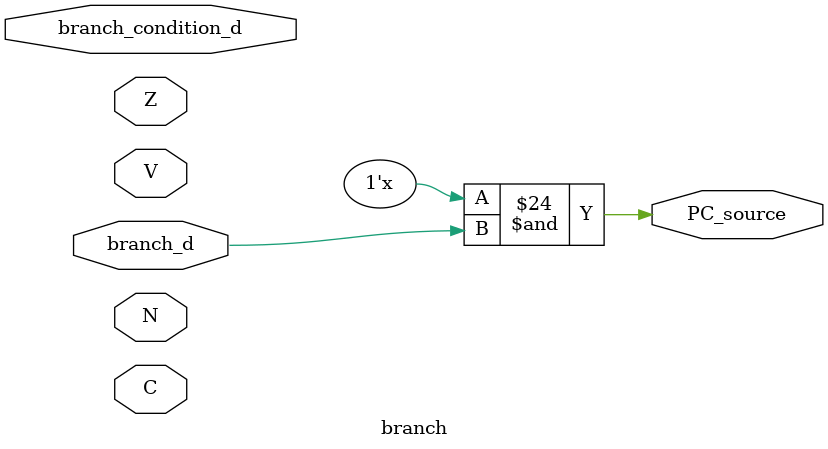
<source format=v>
module branch(
	input branch_d,
	input [3:0] branch_condition_d,
	input Z,
	input N,
	input V,
	input C,
	output reg PC_source
	);
	reg branch_taken;
	always @(*) begin
		case (branch_condition_d)
			4'h0: branch_taken <= Z;
			4'h1: branch_taken <= ~Z;
			4'h2: branch_taken <= C;
			4'h3: branch_taken <= ~C;
			4'h4: branch_taken <= N;
			4'h5: branch_taken <= ~N;
			4'h6: branch_taken <= V;
			4'h7: branch_taken <= ~V;
			4'h8: branch_taken <= C & ~Z;
			4'h9: branch_taken <= Z | ~C;
			4'ha: branch_taken <= ~(N ^ V);
			4'hb: branch_taken <= N ^ V;
			4'hc: branch_taken <= (N & ~Z & V ) | (~N & ~Z & ~V);
			4'hd: branch_taken <= (N ^ V) & Z;
			4'hf: branch_taken <= 1;
		endcase
		PC_source <= branch_taken & branch_d;
	end
endmodule
</source>
